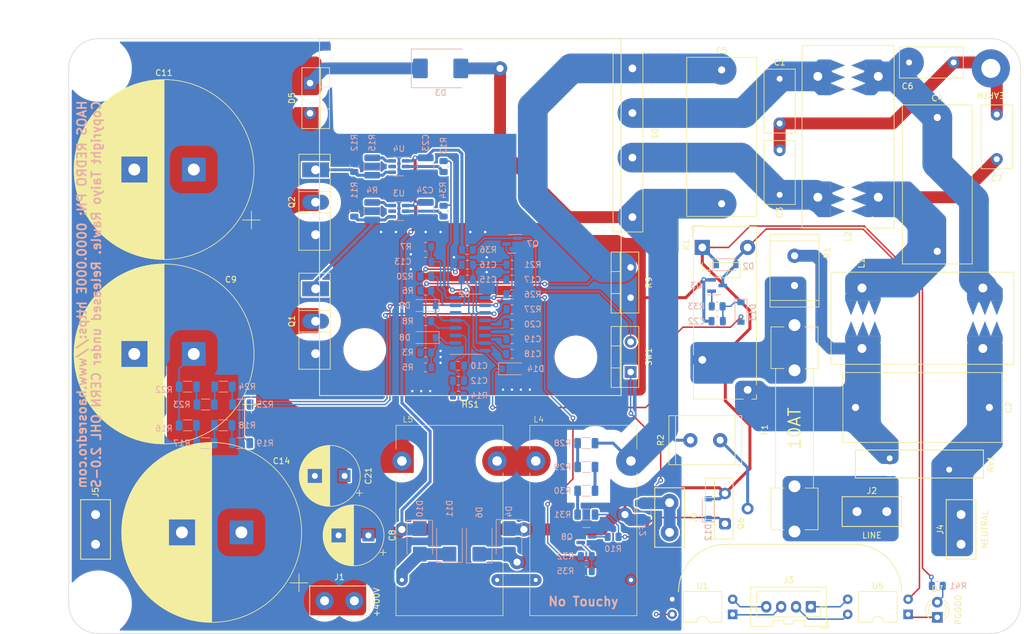
<source format=kicad_pcb>
(kicad_pcb (version 20221018) (generator pcbnew)
  (layers (0 "F.Cu" signal) (31 "B.Cu" signal) (34 "B.Paste" user) (35 "F.Paste" user) (36 "B.SilkS" user "B.Silkscreen") (37 "F.SilkS" user "F.Silkscreen") (38 "B.Mask" user) (39 "F.Mask" user) (44 "Edge.Cuts" user))
  (net 0 "")
  (net 1 "GND1")
  (net 2 "Net-(C4-Pad1)")
  (net 3 "+12Vaux")
  (net 4 "Net-(D1--)")
  (net 5 "Net-(D4-A)")
  (net 6 "Net-(D9-K)")
  (net 7 "Net-(C16-Pad1)")
  (net 8 "Net-(U2-CAOUT)")
  (net 9 "Earth")
  (net 10 "Net-(U2-VFF)")
  (net 11 "Net-(D10-A)")
  (net 12 "Net-(U2-VAOUT)")
  (net 13 "Net-(R16-Pad2)")
  (net 14 "Net-(R17-Pad2)")
  (net 15 "Net-(R18-Pad2)")
  (net 16 "Net-(R22-Pad2)")
  (net 17 "Net-(R23-Pad2)")
  (net 18 "Net-(U2-VSENSE)")
  (net 19 "Net-(R28-Pad2)")
  (net 20 "Net-(C4-Pad2)")
  (net 21 "/PFC booster/VIN")
  (net 22 "Net-(U2-CT)")
  (net 23 "Net-(C12-Pad2)")
  (net 24 "Net-(U2-SS)")
  (net 25 "Net-(D13-K)")
  (net 26 "Net-(D5-A)")
  (net 27 "/PFC booster/L_IN")
  (net 28 "/PFC booster/N_IN")
  (net 29 "Net-(D7-K)")
  (net 30 "Net-(D7-A)")
  (net 31 "/PFC booster/~{RUN}")
  (net 32 "Net-(D8-K)")
  (net 33 "Net-(D12-K)")
  (net 34 "/PFC booster/GDRV")
  (net 35 "Net-(R24-Pad2)")
  (net 36 "Net-(Q6-D)")
  (net 37 "Net-(R29-Pad2)")
  (net 38 "Net-(R30-Pad2)")
  (net 39 "/PFC booster/VREF")
  (net 40 "Net-(U2-CAI)")
  (net 41 "Net-(F1-Pad2)")
  (net 42 "Net-(U2-RT)")
  (net 44 "/PFC booster/~{ENABLE}")
  (net 45 "Net-(Q7-C)")
  (net 46 "Net-(Q8-B)")
  (net 47 "Net-(Q8-C)")
  (net 48 "Net-(Q1-G)")
  (net 49 "Net-(Q2-G)")
  (net 50 "Net-(U3-SOURCE)")
  (net 51 "Net-(U4-IN)")
  (net 52 "Net-(U4-SOURCE)")
  (net 53 "Net-(U3-IN)")
  (net 56 "Net-(Q3-B)")
  (net 57 "Net-(J4-Pin_1)")
  (net 58 "Net-(J2-Pin_1)")
  (net 59 "/PFC booster/+400V")
  (net 60 "Net-(L4-Pad2)")
  (net 61 "Net-(L4-Pad4)")
  (net 62 "Net-(Q7-B)")
  (net 63 "Net-(C2-Pad2)")
  (net 64 "Net-(J3-Pin_1)")
  (net 65 "Net-(J3-Pin_2)")
  (net 66 "Net-(J3-Pin_3)")
  (net 67 "Net-(J3-Pin_4)")
  (net 68 "Net-(J6-Pin_1)")
  (footprint "Capacitor_THT:C_Rect_L26.5mm_W11.5mm_P22.50mm_MKS4" (layer "F.Cu") (at 184.75 77.75 90)
    (fp_text reference "C5")
    (fp_text value "105")
  )
  (footprint "HR_Parts:CON-BLADE250-VERTICAL" (layer "F.Cu") (at 225 132.5 90)
    (fp_text reference "J4")
    (fp_text value "BLADE250")
  )
  (footprint "HR_Parts:DIODE_BRIDGE_PB_VERTICAL" (layer "F.Cu") (at 169.75 70 180)
    (fp_text reference "D1")
    (fp_text value "D_Bridge_+AA-")
  )
  (footprint "Package_TO_SOT_THT:TO-220-2_Vertical" (layer "F.Cu") (at 169.445 106.04 90)
    (fp_text reference "SW1")
    (fp_text value "70")
  )
  (footprint "HR_Parts:CON-BLADE250-VERTICAL" (layer "F.Cu") (at 79.5 132.5 -90)
    (fp_text reference "J5")
    (fp_text value "BLADE250")
  )
  (footprint "Capacitor_THT:C_Disc_D10.5mm_W5.0mm_P7.50mm" (layer "F.Cu") (at 194.5 76.25 90)
    (fp_text reference "C3")
    (fp_text value "222")
  )
  (footprint "Resistor_THT:R_Radial_Power_L12.0mm_W8.0mm_P5.00mm" (layer "F.Cu") (at 184.5 117.5 180)
    (fp_text reference "R2")
    (fp_text value "47K")
  )
  (footprint "Capacitor_THT:CP_Radial_D10.0mm_P5.00mm" (layer "F.Cu") (at 121.367677 123.5 180)
    (fp_text reference "C21")
    (fp_text value "470")
  )
  (footprint "MountingHole:MountingHole_3.2mm_M3" (layer "F.Cu") (at 160.25 67.5)
    (fp_text reference "H8" hide)
    (fp_text value "M3")
  )
  (footprint "Capacitor_THT:CP_Radial_D10.0mm_P5.00mm" (layer "F.Cu") (at 125.367677 133.5 180)
    (fp_text reference "C8")
    (fp_text value "470")
  )
  (footprint "Capacitor_THT:C_Disc_D10.5mm_W5.0mm_P7.50mm" (layer "F.Cu") (at 231 70.25 90)
    (fp_text reference "C7")
    (fp_text value "222")
  )
  (footprint "MountingHole:MountingHole_3.2mm_M3" (layer "F.Cu") (at 124.75 61.5)
    (fp_text reference "H4" hide)
    (fp_text value "M3")
  )
  (footprint "MountingHole:MountingHole_3.2mm_M3_Pad" (layer "F.Cu") (at 230 55)
    (fp_text reference "H1" hide)
    (fp_text value "M3")
  )
  (footprint "Capacitor_THT:C_Disc_D10.5mm_W5.0mm_P7.50mm" (layer "F.Cu") (at 194.5 56.75 -90)
    (fp_text reference "C1")
    (fp_text value "222")
  )
  (footprint "MountingHole:MountingHole_3.2mm_M3" (layer "F.Cu") (at 124.75 102.25)
    (fp_text reference "H7" hide)
    (fp_text value "M3")
  )
  (footprint "Connector_JST:JST_XA_B04B-XASK-1-A_1x04_P2.50mm_Vertical" (layer "F.Cu") (at 199.75 145.5 180)
    (fp_text reference "J3")
    (fp_text value "Conn_01x04")
  )
  (footprint "HR_Parts:TO-220-3_Vertical_Staggered" (layer "F.Cu") (at 185.3075 131.54 90)
    (fp_text reference "Q6")
    (fp_text value "1N60")
  )
  (footprint "HR_Parts:L_TOROID_D32_W18_4P_1" (layer "F.Cu") (at 161.5 131 -90)
    (fp_text reference "L4")
    (fp_text value "T106-52")
  )
  (footprint "Capacitor_THT:C_Disc_D10.5mm_W5.0mm_P7.50mm" (layer "F.Cu") (at 216.25 54)
    (fp_text reference "C6")
    (fp_text value "222")
  )
  (footprint "MountingHole:MountingHole_3.2mm_M3" (layer "F.Cu") (at 160.25 103.5)
    (fp_text reference "H6" hide)
    (fp_text value "M3")
  )
  (footprint "Capacitor_THT:CP_Radial_D30.0mm_P10.00mm_SnapIn" (layer "F.Cu") (at 96.017935 72 180)
    (fp_text reference "C11")
    (fp_text value "330")
  )
  (footprint "Capacitor_THT:CP_Radial_D30.0mm_P10.00mm_SnapIn" (layer "F.Cu") (at 96.017935 103 180)
    (fp_text reference "C9")
    (fp_text value "330")
  )
  (footprint "MountingHole:MountingHole_3.2mm_M3" (layer "F.Cu") (at 230 145)
    (fp_text reference "H2" hide)
    (fp_text value "M3")
  )
  (footprint "Package_TO_SOT_THT:TO-247-3_Vertical" (layer "F.Cu") (at 116.5 72.05 -90)
    (fp_text reference "Q2")
    (fp_text value "50N60")
  )
  (footprint "Resistor_THT:R_Radial_Power_L12.0mm_W8.0mm_P5.00mm" (layer "F.Cu") (at 197 91.5 90)
    (fp_text reference "R1")
    (fp_text value "47")
  )
  (footprint "Varistor:RV_Disc_D21.5mm_W4.7mm_P10mm" (layer "F.Cu") (at 223 122.45 180)
    (fp_text reference "RV1")
    (fp_text value "Varistor")
  )
  (footprint "Capacitor_THT:C_Rect_L26.5mm_W11.5mm_P22.50mm_MKS4" (layer "F.Cu") (at 221 63.25 -90)
    (fp_text reference "C4")
    (fp_text value "105")
  )
  (footprint "HR_Parts:CON-BLADE250-VERTICAL" (layer "F.Cu") (at 120.5 144.5 180)
    (fp_text reference "J1")
    (fp_text value "BLADE250")
  )
  (footprint "Relay_THT:Relay_1-Form-A_Schrack-RYII_RM5mm" (layer "F.Cu") (at 181.5 85.1 -90)
    (fp_text reference "K1")
    (fp_text value "16A")
  )
  (footprint "Fuse:Fuseholder_Clip-6.3x32mm_Littelfuse_102071_Inline_P34.70x7.60mm_D2.00mm_Horizontal" (layer "F.Cu") (at 197 132.85 90)
    (fp_text reference "F1")
    (fp_text value "Fuse")
  )
  (footprint "Package_DIP:DIP-4_W10.16mm" (layer "F.Cu") (at 186.6 146.775 180)
    (fp_text reference "U1")
    (fp_text value "PC817")
  )
  (footprint "HR_Parts:CON-BLADE250-VERTICAL" (layer "F.Cu") (at 210 129.5)
    (fp_text reference "J2")
    (fp_text value "BLADE250")
  )
  (footprint "Inductor_THT:L_CommonMode_Toroid_Vertical_L30.5mm_W15.2mm_Px10.16mm_Py20.32mm_Bourns_8100" (layer "F.Cu") (at 200.92 76.66 90)
    (fp_text reference "L2")
    (fp_text value "2.2mH")
  )
  (footprint "HR_Parts:L_TOROID_D32_W18_4P_1" (layer "F.Cu") (at 139 131 -90)
    (fp_text reference "L5")
    (fp_text value "T106-52")
  )
  (footprint "Capacitor_THT:C_Rect_L26.5mm_W11.5mm_P22.50mm_MKS4" (layer "F.Cu") (at 229.75 112 180)
    (fp_text reference "C2")
    (fp_text value "105")
  )
  (footprint "Inductor_THT:L_CommonMode_Toroid_Vertical_L30.5mm_W15.2mm_Px10.16mm_Py20.32mm_Bourns_8100" (layer "F.Cu") (at 208.34 91.92)
    (fp_text reference "L1")
    (fp_text value "2.2mH")
  )
  (footprint "HR_Parts:HS-FICSHER-SK499-60" (layer "F.Cu") (at 142.5 80 90)
    (fp_text reference "HS1")
    (fp_text value "Heatsink")
  )
  (footprint "LED_THT:LED_D3.0mm_Clear" (layer "F.Cu") (at 221 147.275 90)
    (fp_text reference "D7")
    (fp_text value "GRN")
  )
  (footprint "MountingHole:MountingHole_3.2mm_M3" (layer "F.Cu") (at 80 145)
    (fp_text reference "H3" hide)
    (fp_text value "M3")
  )
  (footprint "HR_Parts:CON-BLADE250-VERTICAL" (layer "F.Cu") (at 176 130.5 90)
    (fp_text reference "J6")
    (fp_text value "BLADE250")
  )
  (footprint "Package_TO_SOT_THT:TO-247-3_Vertical" (layer "F.Cu") (at 116.5 92.05 -90)
    (fp_text reference "Q1")
    (fp_text value "50N60")
  )
  (footprint "Package_DIP:DIP-4_W10.16mm" (layer "F.Cu") (at 216.1 146.775 180)
    (fp_text reference "U5")
    (fp_text value "PC817")
  )
  (footprint "Package_TO_SOT_THT:TO-220-2_Vertical" (layer "F.Cu") (at 169.445 93.54 90)
    (fp_text reference "R9")
    (fp_text value "smol" hide)
  )
  (footprint "Capacitor_THT:CP_Radial_D30.0mm_P10.00mm_SnapIn" (layer "F.Cu") (at 104.017935 133 180)
    (fp_text reference "C14")
    (fp_text value "330")
  )
  (footprint "Package_TO_SOT_THT:TO-220-2_Vertical" (layer "F.Cu") (at 115.555 57.46 -90)
    (fp_text reference "D5")
    (fp_text value "D_Filled")
  )
  (footprint "MountingHole:MountingHole_3.2mm_M3" (layer "F.Cu") (at 80 55)
    (fp_text reference "H5" hide)
    (fp_text value "M3")
  )
  (footprint "Resistor_SMD:R_0805_2012Metric" (layer "B.Cu") (at 166.5 133.75 180)
    (fp_text reference "R10")
    (fp_text value "10K")
  )
  (footprint "Diode_SMD:D_SMB" (layer "B.Cu") (at 139 134.5 90)
    (fp_text reference "D11")
    (fp_text value "3H100")
  )
  (footprint "Resistor_SMD:R_0805_2012Metric" (layer "B.Cu") (at 138 71.5 90)
    (fp_text reference "R13")
    (fp_text value "100")
  )
  (footprint "Resistor_SMD:R_0805_2012Metric" (layer "B.Cu") (at 184 95)
    (fp_text reference "R33")
    (fp_text value "R")
  )
  (footprint "Resistor_SMD:R_1206_3216Metric" (layer "B.Cu") (at 95 108.5)
    (fp_text reference "R22")
    (fp_text value "130K")
  )
  (footprint "Resistor_SMD:R_0805_2012Metric" (layer "B.Cu") (at 140.5 110)
    (fp_text reference "R14")
    (fp_text value "12K")
  )
  (footprint "Package_SO:SOIC-16_3.9x9.9mm_P1.27mm" (layer "B.Cu") (at 142.5 98)
    (fp_text reference "U2")
    (fp_text value "UCC2817A")
  )
  (footprint "Capacitor_SMD:C_0805_2012Metric" (layer "B.Cu") (at 149.5 100.5)
    (fp_text reference "C19")
    (fp_text value "561")
  )
  (footprint "Capacitor_SMD:C_0805_2012Metric" (layer "B.Cu") (at 140.5 105 180)
    (fp_text reference "C10")
    (fp_text value "271")
  )
  (footprint "Resistor_SMD:R_0805_2012Metric" (layer "B.Cu") (at 135 105.25 180)
    (fp_text reference "R5")
    (fp_text value "10K")
  )
  (footprint "Resistor_SMD:R_1206_3216Metric" (layer "B.Cu") (at 103.9625 118)
    (fp_text reference "R19")
    (fp_text value "270K")
  )
  (footprint "Resistor_SMD:R_0805_2012Metric" (layer "B.Cu") (at 162 137)
    (fp_text reference "R32")
    (fp_text value "10K")
  )
  (footprint "Resistor_SMD:R_0805_2012Metric" (layer "B.Cu") (at 162 139.5 180)
    (fp_text reference "R35")
    (fp_text value "100K")
  )
  (footprint "Resistor_SMD:R_0805_2012Metric" (layer "B.Cu") (at 135 89.975 180)
    (fp_text reference "R20")
    (fp_text value "100K")
  )
  (footprint "Fuse:Fuse_1210_3225Metric" (layer "B.Cu") (at 171.5 129.5 90)
    (fp_text reference "F2")
    (fp_text value "1A")
  )
  (footprint "Package_TO_SOT_SMD:SOT-23" (layer "B.Cu") (at 162 133.75)
    (fp_text reference "Q8")
    (fp_text value "847")
  )
  (footprint "Resistor_SMD:R_1210_3225Metric" (layer "B.Cu") (at 126 79 -90)
    (fp_text reference "R4")
    (fp_text value "4R7")
  )
  (footprint "Capacitor_SMD:C_0805_2012Metric" (layer "B.Cu") (at 149.5 98)
    (fp_text reference "C20")
    (fp_text value "103")
  )
  (footprint "Resistor_SMD:R_0805_2012Metric" (layer "B.Cu") (at 142 85.5)
    (fp_text reference "R36")
    (fp_text value "10K")
  )
  (footprint "Resistor_SMD:R_1206_3216Metric" (layer "B.Cu") (at 101 108.5)
    (fp_text reference "R24")
    (fp_text value "130K")
  )
  (footprint "Resistor_SMD:R_1206_3216Metric" (layer "B.Cu") (at 162 118 180)
    (fp_text reference "R28")
    (fp_text value "1M")
  )
  (footprint "Capacitor_SMD:C_1210_3225Metric" (layer "B.Cu") (at 135 71.5 -90)
    (fp_text reference "C23")
    (fp_text value "475")
  )
  (footprint "Resistor_SMD:R_1206_3216Metric" (layer "B.Cu") (at 162 130)
    (fp_text reference "R31")
    (fp_text value "1M")
  )
  (footprint "Package_TO_SOT_SMD:SOT-23-6" (layer "B.Cu") (at 130.5 79 180)
    (fp_text reference "U3")
    (fp_text value "~")
  )
  (footprint "Capacitor_SMD:C_0805_2012Metric" (layer "B.Cu") (at 149.5 90.5)
    (fp_text reference "C17")
    (fp_text value "105")
  )
  (footprint "Resistor_SMD:R_1206_3216Metric" (layer "B.Cu") (at 100.9625 115)
    (fp_text reference "R18")
    (fp_text value "240K")
  )
  (footprint "Resistor_SMD:R_0805_2012Metric" (layer "B.Cu") (at 149.5 95.5)
    (fp_text reference "R27")
    (fp_text value "12K")
  )
  (footprint "Diode_SMD:D_SMB" (layer "B.Cu") (at 134 134.5 -90)
    (fp_text reference "D10")
    (fp_text value "3H100")
  )
  (footprint "Resistor_SMD:R_1206_3216Metric" (layer "B.Cu") (at 97.9625 118)
    (fp_text reference "R17")
    (fp_text value "240K")
  )
  (footprint "Resistor_SMD:R_0805_2012Metric" (layer "B.Cu") (at 135 97.5)
    (fp_text reference "R8")
    (fp_text value "3K9")
  )
  (footprint "Resistor_SMD:R_0805_2012Metric" (layer "B.Cu") (at 123 79 90)
    (fp_text reference "R11")
    (fp_text value "10K")
  )
  (footprint "Resistor_SMD:R_1206_3216Metric" (layer "B.Cu") (at 162 126 180)
    (fp_text reference "R30")
    (fp_text value "1M")
  )
  (footprint "Diode_SMD:D_SMC" (layer "B.Cu") (at 137.5 55)
    (fp_text reference "D3")
    (fp_text value "1N5408")
  )
  (footprint "Resistor_SMD:R_0805_2012Metric" (layer "B.Cu") (at 135 85 180)
    (fp_text reference "R7")
    (fp_text value "30K")
  )
  (footprint "Diode_SMD:D_SOD-123" (layer "B.Cu") (at 135 94.865 180)
    (fp_text reference "D9")
    (fp_text value "BAT46")
  )
  (footprint "Resistor_SMD:R_0805_2012Metric" (layer "B.Cu") (at 221 142)
    (fp_text reference "R41")
    (fp_text value "4K7")
  )
  (footprint "Resistor_SMD:R_1210_3225Metric" (layer "B.Cu") (at 126 71.5 -90)
    (fp_text reference "R15")
    (fp_text value "4R7")
  )
  (footprint "Resistor_SMD:R_0805_2012Metric" (layer "B.Cu") (at 149.5 93)
    (fp_text reference "R26")
    (fp_text value "10K")
  )
  (footprint "HR_Parts:SG_6MM_3SPIKE_GAP1MM" (layer "B.Cu") (at 208.5 97 90)
    (fp_text reference "E1" hide)
    (fp_text value "1mm")
  )
  (footprint "HR_Parts:SG_6MM_3SPIKE_GAP1MM" (layer "B.Cu") (at 206 77 180)
    (fp_text reference "E3" hide)
    (fp_text value "1mm")
  )
  (footprint "Diode_SMD:D_SOD-123" (layer "B.Cu") (at 188 96 -90)
    (fp_text reference "D13")
    (fp_text value "4148")
  )
  (footprint "Resistor_SMD:R_0805_2012Metric" (layer "B.Cu") (at 135 92.365)
    (fp_text reference "R6")
    (fp_text value "3K9")
  )
  (footprint "Resistor_SMD:R_1206_3216Metric" (layer "B.Cu") (at 104 111.5)
    (fp_text reference "R25")
    (fp_text value "130K")
  )
  (footprint "Capacitor_SMD:C_1210_3225Metric" (layer "B.Cu") (at 135 79 -90)
    (fp_text reference "C24")
    (fp_text value "475")
  )
  (footprint "Diode_SMD:D_SMB" (layer "B.Cu") (at 144 134.5 90)
    (fp_text reference "D6")
    (fp_text value "3H100")
  )
  (footprint "Capacitor_SMD:C_0805_2012Metric" (layer "B.Cu") (at 142 90.5)
    (fp_text reference "C15")
    (fp_text value "154")
  )
  (footprint "Diode_SMD:D_SOD-123" (layer "B.Cu") (at 149.5 105.5)
    (fp_text reference "D14")
    (fp_text value "BAT46")
  )
  (footprint "Package_TO_SOT_SMD:SOT-23" (layer "B.Cu") (at 149.5 84.5 180)
    (fp_text reference "Q7")
    (fp_text value "847")
  )
  (footprint "Resistor_SMD:R_1206_3216Metric" (layer "B.Cu") (at 95 115)
    (fp_text reference "R16")
    (fp_text value "240K")
  )
  (footprint "Capacitor_SMD:C_0805_2012Metric" (layer "B.Cu") (at 184 97.5 180)
    (fp_text reference "C22")
    (fp_text value "C")
  )
  (footprint "Diode_SMD:D_SMB" (layer "B.Cu") (at 149 134.5 -90)
    (fp_text reference "D4")
    (fp_text value "3H100")
  )
  (footprint "Diode_SMD:D_SOD-123" (layer "B.Cu") (at 182.5 129 90)
    (fp_text reference "D12")
    (fp_text value "15")
  )
  (footprint "HR_Parts:SG_6MM_3SPIKE_GAP1MM" (layer "B.Cu") (at 229 97 90)
    (fp_text reference "E2" hide)
    (fp_text value "1mm")
  )
  (footprint "Resistor_SMD:R_0805_2012Metric" (layer "B.Cu") (at 135 102.75)
    (fp_text reference "R3")
    (fp_text value "2K")
  )
  (footprint "Resistor_SMD:R_0805_2012Metric" (layer "B.Cu") (at 149.5 88)
    (fp_text reference "R21")
    (fp_text value "20K")
  )
  (footprint "Diode_SMD:D_SOD-123" (layer "B.Cu") (at 185.5 88)
    (fp_text reference "D2")
    (fp_text value "D")
  )
  (footprint "Package_TO_SOT_SMD:SOT-23-6" (layer "B.Cu") (at 130.5 71.5 180)
    (fp_text reference "U4")
    (fp_text value "~")
  )
  (footprint "Package_TO_SOT_SMD:SOT-23" (layer "B.Cu") (at 184 91.5)
    (fp_text reference "Q3")
    (fp_text value "847")
  )
  (footprint "Capacitor_SMD:C_0805_2012Metric" (layer "B.Cu") (at 140.5 107.5 180)
    (fp_text reference "C12")
    (fp_text value "122")
  )
  (footprint "HR_Parts:SG_6MM_3SPIKE_GAP1MM" (layer "B.Cu") (at 206 56.5 180)
    (fp_text reference "E4" hide)
    (fp_text value "1mm")
  )
  (footprint "Resistor_SMD:R_0805_2012Metric" (layer "B.Cu") (at 138 79 90)
    (fp_text reference "R34")
    (fp_text value "100")
  )
  (footprint "Resistor_SMD:R_1206_3216Metric" (layer "B.Cu") (at 98 111.5)
    (fp_text reference "R23")
    (fp_text value "130K")
  )
  (footprint "Capacitor_SMD:C_0805_2012Metric" (layer "B.Cu") (at 142 88)
    (fp_text reference "C16")
    (fp_text value "225")
  )
  (footprint "Capacitor_SMD:C_0805_2012Metric" (layer "B.Cu") (at 149.5 103)
    (fp_text reference "C18")
    (fp_text value "105")
  )
  (footprint "Diode_SMD:D_SOD-123" (layer "B.Cu") (at 135 100.25 180)
    (fp_text reference "D8")
    (fp_text value "BAT46")
  )
  (footprint "Capacitor_SMD:C_0805_2012Metric" (layer "B.Cu") (at 135 87.5 180)
    (fp_text reference "C13")
    (fp_text value "225")
  )
  (footprint "Resistor_SMD:R_0805_2012Metric" (layer "B.Cu") (at 123 71.5 90)
    (fp_text reference "R12")
    (fp_text value "10K")
  )
  (footprint "Resistor_SMD:R_1206_3216Metric" (layer "B.Cu") (at 162 122)
    (fp_text reference "R29")
    (fp_text value "1M")
  )
  (gr_line (start 185.5 135) (end 207 135) (stroke (width 0.15)) (layer "F.SilkS"))
  (gr_arc (start 177.5 143) (mid 179.843146 137.343146) (end 185.5 135) (stroke (width 0.15)) (layer "F.SilkS"))
  (gr_arc (start 207 135) (mid 212.656854 137.343146) (end 215 143) (stroke (width 0.15)) (layer "F.SilkS"))
  (gr_line (start 75 55) (end 75 145) (stroke (width 0.1)) (layer "Edge.Cuts"))
  (gr_arc (start 75 55) (mid 76.464466 51.464466) (end 80 50) (stroke (width 0.1)) (layer "Edge.Cuts"))
  (gr_line (start 80 150) (end 230 150) (stroke (width 0.1)) (layer "Edge.Cuts"))
  (gr_line (start 230 50) (end 80 50) (stroke (width 0.1)) (layer "Edge.Cuts"))
  (gr_arc (start 235 145) (mid 233.535534 148.535534) (end 230 150) (stroke (width 0.1)) (layer "Edge.Cuts"))
  (gr_arc (start 230 50) (mid 233.535534 51.464466) (end 235 55) (stroke (width 0.1)) (layer "Edge.Cuts"))
  (gr_arc (start 80 150) (mid 76.464466 148.535534) (end 75 145) (stroke (width 0.1)) (layer "Edge.Cuts"))
  (gr_line (start 235 145) (end 235 55) (stroke (width 0.1)) (layer "Edge.Cuts"))
  (gr_text "HAOS REDRO PN: 0000.000E https://www.haosredro.com\nCopyright Taiyo Rawle. Released under CERN OHL 2.0-S" (at 80.5 93 90) (layer "B.SilkS") (effects (font (size 1.5 1.5) (thickness 0.3) bold) (justify bottom mirror)))
  (gr_text "No Touchy" (at 161.5 145.5) (layer "B.SilkS") (effects (font (size 1.5 1.5) (thickness 0.3) bold) (justify bottom)))
  (segment (start 178.71 93.54) (end 181.75 90.5) (width 0.5) (layer "F.Cu") (net 1))
  (segment (start 169.445 93.54) (end 178.71 93.54) (width 0.5) (layer "F.Cu") (net 1))
  (via (at 130 82.5) (size 0.8) (drill 0.4) (layers "F.Cu" "B.Cu") (net 1))
  (via (at 145.25 86.75) (size 0.8) (drill 0.4) (layers "F.Cu" "B.Cu") (net 1))
  (via (at 127.5 82.5) (size 0.8) (drill 0.4) (layers "F.Cu" "B.Cu") (net 1))
  (via (at 134.25 109.25) (size 0.8) (drill 0.4) (layers "F.Cu" "B.Cu") (net 1))
  (via (at 135 82.5) (size 0.8) (drill 0.4) (layers "F.Cu" "B.Cu") (net 1))
  (via (at 139.75 86.75) (size 0.8) (drill 0.4) (layers "F.Cu" "B.Cu") (net 1))
  (via (at 181.75 90.5) (size 0.8) (drill 0.4) (layers "F.Cu" "B.Cu") (net 1))
  (via (at 149.5 109) (size 0.8) (drill 0.4) (layers "F.Cu" "B.Cu") (net 1))
  (via (at 142.5 82.5) (size 0.8) (drill 0.4) (layers "F.Cu" "B.Cu") (net 1))
  (via (at 151 109) (size 0.8) (drill 0.4) (layers "F.Cu" "B.Cu") (net 1))
  (via (at 145 82.5) (size 0.8) (drill 0.4) (layers "F.Cu" "B.Cu") (net 1))
  (via (at 135.75 109.25) (size 0.8) (drill 0.4) (layers "F.Cu" "B.Cu") (net 1))
  (via (at 145.25 89.25) (size 0.8) (drill 0.4) (layers "F.Cu" "B.Cu") (net 1))
  (via (at 137.5 103.5) (size 0.8) (drill 0.4) (layers "F.Cu" "B.Cu") (net 1))
  (via (at 137.5 82.5) (size 0.8) (drill 0.4) (layers "F.Cu" "B.Cu") (net 1))
  (via (at 132.75 109.25) (size 0.8) (drill 0.4) (layers "F.Cu" "B.Cu") (net 1))
  (via (at 148 109) (size 0.8) (drill 0.4) (layers "F.Cu" "B.Cu") (net 1))
  (via (at 132.5 86.25) (size 0.8) (drill 0.4) (layers "F.Cu" "B.Cu") (net 1))
  (via (at 137.5 104.5) (size 0.8) (drill 0.4) (layers "F.Cu" "B.Cu") (net 1))
  (via (at 152.5 109) (size 0.8) (drill 0.4) (layers "F.Cu" "B.Cu") (net 1))
  (via (at 137.5 102.5) (size 0.8) (drill 0.4) (layers "F.Cu" "B.Cu") (net 1))
  (via (at 132.5 88.75) (size 0.8) (drill 0.4) (layers "F.Cu" "B.Cu") (net 1))
  (segment (start 181.8 90.55) (end 181.75 90.5) (width 0.5) (layer "B.Cu") (net 1))
  (segment (start 182 97.5) (end 181.75 97.25) (width 0.5) (layer "B.Cu") (net 1))
  (segment (start 183.05 97.5) (end 182 97.5) (width 0.5) (layer "B.Cu") (net 1))
  (segment (start 181.75 90.5) (end 181.75 97.25) (width 0.5) (layer "B.Cu") (net 1))
  (segment (start 183.0625 90.55) (end 181.8 90.55) (width 0.5) (layer "B.Cu") (net 1))
  (segment (start 227.16 77.16) (end 221 71) (width 5) (layer "B.Cu") (net 2))
  (segment (start 213.91 56.34) (end 216.25 54) (width 5) (layer "B.Cu") (net 2))
  (segment (start 221 71) (end 221 63.25) (width 5) (layer "B.Cu") (net 2))
  (segment (start 214.09 56.34) (end 221 63.25) (width 5) (layer "B.Cu") (net 2))
  (segment (start 228.66 91.92) (end 227.16 90.42) (width 5) (layer "B.Cu") (net 2))
  (segment (start 211.08 56.34) (end 213.91 56.34) (width 5) (layer "B.Cu") (net 2))
  (segment (start 227.16 90.42) (end 227.16 77.16) (width 5) (layer "B.Cu") (net 2))
  (segment (start 211.08 56.34) (end 214.09 56.34) (width 5) (layer "B.Cu") (net 2))
  (segment (start 189.5 98.75) (end 185.37 102.88) (width 0.5) (layer "F.Cu") (net 3))
  (segment (start 124.367677 133) (end 130.5 133) (width 2) (layer "F.Cu") (net 3))
  (segment (start 189.5 120.5) (end 189.5 122.2675) (width 0.5) (layer "F.Cu") (net 3))
  (segment (start 130.5 133) (end 131 132.5) (width 2) (layer "F.Cu") (net 3))
  (segment (start 181.5 85.1) (end 185.9 85.1) (width 0.25) (layer "F.Cu") (net 3))
  (segment (start 133.30625 81.69375) (end 133.30625 77.80625) (width 0.5) (layer "F.Cu") (net 3))
  (segment (start 189.5 115) (end 189.5 120.5) (width 0.5) (layer "F.Cu") (net 3))
  (segment (start 168.5 128) (end 171 125.5) (width 0.5) (layer "F.Cu") (net 3))
  (segment (start 120.867677 122.5) (end 120.867677 129.5) (width 2) (layer "F.Cu") (net 3))
  (segment (start 184.3475 125.5) (end 185.3075 126.46) (width 0.5) (layer "F.Cu") (net 3))
  (segment (start 171 125.5) (end 184.3475 125.5) (width 0.5) (layer "F.Cu") (net 3))
  (segment (start 133.225 70.025) (end 133.225 77.725) (width 0.5) (layer "F.Cu") (net 3))
  (segment (start 131 132.5) (end 151.5 132.5) (width 2) (layer "F.Cu") (net 3))
  (segment (start 151.5 132.5) (end 151.75 132.25) (width 0.5) (layer "F.Cu") (net 3))
  (segment (start 167 130) (end 168.5 130) (width 2) (layer "F.Cu") (net 3))
  (segment (start 132.5 82.5) (end 133.30625 81.69375) (width 0.5) (layer "F.Cu") (net 3))
  (segment (start 181.5 85.1) (end 181.5 87.75) (width 0.5) (layer "F.Cu") (net 3))
  (segment (start 218.5 91.292894) (end 218.5 91.5) (width 0.25) (layer "F.Cu") (net 3))
  (segment (start 189.5 95.75) (end 189.5 98.75) (width 0.5) (layer "F.Cu") (net 3))
  (segment (start 185.9 85.1) (end 189.5 81.5) (width 0.25) (layer "F.Cu") (net 3))
  (segment (start 151.5 132.5) (end 164.5 132.5) (width 2) (layer "F.Cu") (net 3))
  (segment (start 218.5 139) (end 220 140.5) (width 0.25) (layer "F.Cu") (net 3))
  (segment (start 164.5 132.5) (end 167 130) (width 2) (layer "F.Cu") (net 3))
  (segment (start 208.707106 81.5) (end 218.5 91.292894) (width 0.25) (layer "F.Cu") (net 3))
  (segment (start 185.37 102.88) (end 185.37 110.87) (width 0.5) (layer "F.Cu") (net 3))
  (segment (start 168.5 130) (end 168.5 128) (width 0.5) (layer "F.Cu") (net 3))
  (segment (start 189.5 81.5) (end 208.707106 81.5) (width 0.25) (layer "F.Cu") (net 3))
  (segment (start 120.867677 129.5) (end 124.367677 133) (width 2) (layer "F.Cu") (net 3))
  (segment (start 189.5 122.2675) (end 185.3075 126.46) (width 0.5) (layer "F.Cu") (net 3))
  (segment (start 181.5 87.75) (end 189.5 95.75) (width 0.5) (layer "F.Cu") (net 3))
  (segment (start 218.5 91.5) (end 218.5 139) (width 0.25) (layer "F.Cu") (net 3))
  (segment (start 133.225 77.725) (end 133.30625 77.80625) (width 0.5) (layer "F.Cu") (net 3))
  (segment (start 185.37 110.87) (end 189.5 115) (width 0.5) (layer "F.Cu") (net 3))
  (via (at 220 140.5) (size 0.8) (drill 0.4) (layers "F.Cu" "B.Cu") (net 3))
  (via (at 131 132.5) (size 2.4) (drill 1.2) (layers "F.Cu" "B.Cu") (net 3))
  (via (at 133.30625 77.80625) (size 0.8) (drill 0.4) (layers "F.Cu" "B.Cu") (net 3))
  (via (at 132.5 82.5) (size 0.8) (drill 0.4) (layers "F.Cu" "B.Cu") (net 3))
  (via (at 168.5 130) (size 2.4) (drill 1.2) (layers "F.Cu" "B.Cu") (net 3))
  (via (at 151.5 132.5) (size 2.4) (drill 1.2) (layers "F.Cu" "B.Cu") (net 3))
  (via (at 133.225 70.025) (size 0.8) (drill 0.4) (layers "F.Cu" "B.Cu") (net 3))
  (segment (start 131.75 78.05) (end 133.0625 78.05) (width 0.5) (layer "B.Cu") (net 3))
  (segment (start 131 111.25) (end 131 84) (width 0.5) (layer "B.Cu") (net 3))
  (segment (start 183.85 88) (end 183.85 87.45) (width 0.5) (layer "B.Cu") (net 3))
  (segment (start 135.1125 77.525) (end 135.1125 77.5) (width 0.5) (layer "B.Cu") (net 3))
  (segment (start 140.5 68.75) (end 136.275 68.75) (width 0.5) (layer "B.Cu") (net 3))
  (segment (start 142 91.25) (end 143 92.25) (width 0.25) (layer "B.Cu") (net 3))
  (segment (start 148.25 103) (end 148.55 103) (width 0.25) (layer "B.Cu") (net 3))
  (segment (start 151.5 132.5) (end 149.15 132.5) (width 2) (layer "B.Cu") (net 3))
  (segment (start 133.5875 77.525) (end 135.1125 77.525) (width 0.5) (layer "B.Cu") (net 3))
  (segment (start 146.425 101.175) (end 148.25 103) (width 0.25) (layer "B.Cu") (net 3))
  (segment (start 132.7 70.55) (end 133.225 70.025) (width 0.5) (layer "B.Cu") (net 3))
  (segment (start 141.0875 85.5) (end 141.0875 69.3375) (width 0.5) (layer "B.Cu") (net 3))
  (segment (start 143.5 101) (end 143.5 96.5) (width 0.25) (layer "B.Cu") (net 3))
  (segment (start 149.15 132.5) (end 149 132.35) (width 2) (layer "B.Cu") (net 3))
  (segment (start 142 86.5) (end 142 91.25) (width 0.25) (layer "B.Cu") (net 3))
  (segment (start 131 129.25) (end 135 125.25) (width 0.5) (layer "B.Cu") (net 3))
  (segment (start 144.975 101.175) (end 143.675 101.175) (width 0.25) (layer "B.Cu") (net 3))
  (segment (start 182.5 127.35) (end 184.4175 127.35) (width 0.5) (layer "B.Cu") (net 3))
  (segment (start 220 141.9125) (end 220.0875 142) (width 0.25) (layer "B.Cu") (net 3))
  (segment (start 135.75 116) (end 131 111.25) (width 0.5) (layer "B.Cu") (net 3))
  (segment (start 143.675 101.175) (end 143.5 101) (width 0.25) (layer "B.Cu") (net 3))
  (segment (start 133.85 132.5) (end 134 132.35) (width 2) (layer "B.Cu") (net 3))
  (segment (start 135 70.025) (end 133.225 70.025) (width 0.5) (layer "B.Cu") (net 3))
  (segment (start 144.975 101.175) (end 146.425 101.175) (width 0.25) (layer "B.Cu") (net 3))
  (segment (start 135.75 124.5) (end 135.75 116) (width 0.5) (layer "B.Cu") (net 3))
  (segment (start 133.0625 78.05) (end 133.30625 77.80625) (width 0.5) (layer "B.Cu") (net 3))
  (segment (start 141.0875 69.3375) (end 140.5 68.75) (width 0.5) (layer "B.Cu") (net 3))
  (segment (start 171.5 130.9) (end 169.4 130.9) (width 2) (layer "B.Cu") (net 3))
  (segment (start 135 125.25) (end 135.75 124.5) (width 0.5) (layer "B.Cu") (net 3))
  (segment (start 131 132.5) (end 131 129.25) (width 0.5) (layer "B.Cu") (net 3))
  (segment (start 133.30625 77.80625) (end 133.5875 77.525) (width 0.5) (layer "B.Cu") (net 3))
  (segment (start 143 96) (end 143 92.25) (width 0.25) (layer "B.Cu") (net 3))
  (segment (start 131 84) (end 132.5 82.5) (width 0.5) (layer "B.Cu") (net 3))
  (segment (start 143.5 96.5) (end 143 96) (width 0.25) (layer "B.Cu") (net 3))
  (segment (start 141.0875 85.5875) (end 142 86.5) (width 0.25) (layer "B.Cu") (net 3))
  (segment (start 141.0875 85.5) (end 141.0875 85.5875) (width 0.25) (layer "B.Cu") (net 3))
  (segment (start 169.4 130.9) (end 168.5 130) (width 2) (layer "B.Cu") (net 3))
  (segment (start 136.275 68.75) (end 135 70.025) (width 0.5) (layer "B.Cu") (net 3))
  (segment (start 220 140.5) (end 220 141.9125) (width 0.25) (layer "B.Cu") (net 3))
  (segment (start 131.6375 70.55) (end 132.7 70.55) (width 0.5) (layer "B.Cu") (net 3))
  (segment (start 131 132.5) (end 133.85 132.5) (width 2) (layer "B.Cu") (net 3))
  (segment (start 183.85 87.45) (end 181.5 85.1) (width 0.5) (layer "B.Cu") (net 3))
  (segment (start 184.4175 127.35) (end 185.3075 126.46) (width 0.5) (layer "B.Cu") (net 3))
  (segment (start 135.136327 91.163404) (end 154.913404 91.163404) (width 0.25) (layer "F.Cu") (net 4))
  (segment (start 154.913404 91.163404) (end 155 91.25) (width 0.25) (layer "F.Cu") (net 4))
  (via (at 155 91.25) (size 0.8) (drill 0.4) (layers "F.Cu" "B.Cu") (net 4))
  (via (at 135.136327 91.163404) (size 0.8) (drill 0.4) (layers "F.Cu" "B.Cu") (net 4))
  (segment (start 134.0875 92.365) (end 135 93.2775) (width 0.25) (layer "B.Cu") (net 4))
  (segment (start 153 61.5) (end 153 76.5) (width 5) (layer "B.Cu") (net 4))
  (segment (start 134.0875 102.6625) (end 135 101.75) (width 0.25) (layer "B.Cu") (net 4))
  (segment (start 159.5 55) (end 153 61.5) (width 5) (layer "B.Cu") (net 4))
  (segment (start 134.0875 92.365) (end 134.0875 92.212231) (width 0.25) (layer "B.Cu") (net 4))
  (segment (start 134.0875 102.75) (end 134.0875 102.6625) (width 0.25) (layer "B.Cu") (net 4))
  (segment (start 135 93.2775) (end 135 101.75) (width 0.25) (layer "B.Cu") (net 4))
  (segment (start 134.0875 92.212231) (end 135.136327 91.163404) (width 0.25) (layer "B.Cu") (net 4))
  (segment (start 169.75 55) (end 159.5 55) (width 5) (layer "B.Cu") (net 4))
  (segment (start 169.75 55) (end 184.5 55) (width 5) (layer "B.Cu") (net 4))
  (segment (start 162.17 91.25) (end 164.96 88.46) (width 0.25) (layer "B.Cu") (net 4))
  (segment (start 184.5 55) (end 184.75 55.25) (width 5) (layer "B.Cu") (net 4))
  (segment (start 153 76.5) (end 164.96 88.46) (width 5) (layer "B.Cu") (net 4))
  (segment (start 164.96 88.46) (end 167.945 88.46) (width 5) (layer "B.Cu") (net 4))
  (segment (start 155 91.25) (end 162.17 91.25) (width 0.25) (layer "B.Cu") (net 4))
  (segment (start 166.5 138) (end 150.35 138) (width 2) (layer "F.Cu") (net 5))
  (segment (start 169.5 141) (end 166.5 138) (width 2) (layer "F.Cu") (net 5))
  (via (at 150.35 138) (size 2.4) (drill 1.2) (layers "F.Cu" "B.Cu") (net 5))
  (segment (start 144 136.65) (end 149 136.65) (width 2) (layer "B.Cu") (net 5))
  (segment (start 150.35 138) (end 149 136.65) (width 2) (layer "B.Cu") (net 5))
  (segment (start 141.365 97.365) (end 140.025 97.365) (width 0.25) (layer "B.Cu") (net 6))
  (segment (start 136.65 93.65) (end 136.65 94.865) (width 0.25) (layer "B.Cu") (net 6))
  (segment (start 142.25 104.2) (end 142.25 98.25) (width 0.25) (layer "B.Cu") (net 6))
  (segment (start 141.45 105) (end 142.25 104.2) (width 0.25) (layer "B.Cu") (net 6))
  (segment (start 137.865 97.365) (end 136.65 96.15) (width 0.25) (layer "B.Cu") (net 6))
  (segment (start 140.025 97.365) (end 137.865 97.365) (width 0.25) (layer "B.Cu") (net 6))
  (segment (start 136.65 96.15) (end 136.65 94.865) (width 0.25) (layer "B.Cu") (net 6))
  (segment (start 141.45 107.5) (end 141.45 105) (width 0.25) (layer "B.Cu") (net 6))
  (segment (start 135.9125 92.365) (end 135.9125 92.9125) (width 0.25) (layer "B.Cu") (net 6))
  (segment (start 142.25 98.25) (end 141.365 97.365) (width 0.25) (layer "B.Cu") (net 6))
  (segment (start 135.9125 92.9125) (end 136.65 93.65) (width 0.25) (layer "B.Cu") (net 6))
  (segment (start 139.5 88.75) (end 140 89.25) (width 0.25) (layer "F.Cu") (net 7))
  (segment (start 135 88.75) (end 139.5 88.75) (width 0.25) (layer "F.Cu") (net 7))
  (via (at 140 89.25) (size 0.8) (drill 0.4) (layers "F.Cu" "B.Cu") (net 7))
  (via (at 135 88.75) (size 0.8) (drill 0.4) (layers "F.Cu" "B.Cu") (net 7))
  (segment (start 140 89.05) (end 141.05 88) (width 0.25) (layer "B.Cu") (net 7))
  (segment (start 140 89.25) (end 140 89.05) (width 0.25) (layer "B.Cu") (net 7))
  (segment (start 134.0875 89.6625) (end 135 88.75) (width 0.25) (layer "B.Cu") (net 7))
  (segment (start 134.0875 89.975) (end 134.0875 89.6625) (width 0.25) (layer "B.Cu") (net 7))
  (segment (start 141.75 103) (end 141 103.75) (width 0.25) (layer "B.Cu") (net 8))
  (segment (start 140.5 106.25) (end 140.5 109.0875) (width 0.25) (layer "B.Cu") (net 8))
  (segment (start 140.025 99.905) (end 141.405 99.905) (width 0.25) (layer "B.Cu") (net 8))
  (segment (start 141 103.75) (end 140.5 103.75) (width 0.25) (layer "B.Cu") (net 8))
  (segment (start 139.55 105) (end 139.55 105.3) (width 0.25) (layer "B.Cu") (net 8))
  (segment (start 141.405 99.905) (end 141.75 100.25) (width 0.25) (layer "B.Cu") (net 8))
  (segment (start 139.55 105.3) (end 140.5 106.25) (width 0.25) (layer "B.Cu") (net 8))
  (segment (start 140.5 103.75) (end 139.55 104.7) (width 0.25) (layer "B.Cu") (net 8))
  (segment (start 140.5 109.0875) (end 141.4125 110) (width 0.25) (layer "B.Cu") (net 8))
  (segment (start 141.75 100.25) (end 141.75 103) (width 0.25) (layer "B.Cu") (net 8))
  (segment (start 139.55 104.7) (end 139.55 105) (width 0.25) (layer "B.Cu") (net 8))
  (segment (start 194.5 64.25) (end 213.5 64.25) (width 2) (layer "F.Cu") (net 9))
  (segment (start 223.75 54) (end 229 54) (width 2) (layer "F.Cu") (net 9))
  (segment (start 213.5 64.25) (end 223.75 54) (width 2) (layer "F.Cu") (net 9))
  (segment (start 231 62.75) (end 231 56) (width 2) (layer "F.Cu") (net 9))
  (segment (start 229 54) (end 230 55) (width 2) (layer "F.Cu") (net 9))
  (segment (start 194.5 68.75) (end 194.5 64.25) (width 2) (layer "F.Cu") (net 9))
  (segment (start 231 56) (end 230 55) (width 2) (layer "F.Cu") (net 9))
  (segment (start 137.25 87.5) (end 135.95 87.5) (width 0.25) (layer "B.Cu") (net 10))
  (segment (start 138.25 92.25) (end 137.5 91.5) (width 0.25) (layer "B.Cu") (net 10))
  (segment (start 137.5 87.75) (end 137.25 87.5) (width 0.25) (layer "B.Cu") (net 10))
  (segment (start 135.9125 85) (end 135.9125 87.4625) (width 0.25) (layer "B.Cu") (net 10))
  (segment (start 138.25 93.25) (end 138.25 92.25) (width 0.25) (layer "B.Cu") (net 10))
  (segment (start 135.9125 87.4625) (end 135.95 87.5) (width 0.25) (layer "B.Cu") (net 10))
  (segment (start 138.555 93.555) (end 138.25 93.25) (width 0.25) (layer "B.Cu") (net 10))
  (segment (start 140.025 93.555) (end 138.555 93.555) (width 0.25) (layer "B.Cu") (net 10))
  (segment (start 137.5 91.5) (end 137.5 87.75) (width 0.25) (layer "B.Cu") (net 10))
  (segment (start 131 139.65) (end 134 136.65) (width 2) (layer "B.Cu") (net 11))
  (segment (start 131 141) (end 131 139.65) (width 2) (layer "B.Cu") (net 11))
  (segment (start 134 136.65) (end 139 136.65) (width 2) (layer "B.Cu") (net 11))
  (segment (start 137 92) (end 137 90.25) (width 0.25) (layer "B.Cu") (net 12))
  (segment (start 138.075 94.825) (end 137.75 94.5) (width 0.25) (layer "B.Cu") (net 12))
  (segment (start 141.175 94.825) (end 140.025 94.825) (width 0.25) (layer "B.Cu") (net 12))
  (segment (start 137.75 94.5) (end 137.75 92.75) (width 0.25) (layer "B.Cu") (net 12))
  (segment (start 141.5 94.5) (end 141.5 93.25) (width 0.25) (layer "B.Cu") (net 12))
  (segment (start 137.75 92.75) (end 137 92) (width 0.25) (layer "B.Cu") (net 12))
  (segment (start 141 92.75) (end 141 90.55) (width 0.25) (layer "B.Cu") (net 12))
  (segment (start 140.025 94.825) (end 138.075 94.825) (width 0.25) (layer "B.Cu") (net 12))
  (segment (start 141.5 94.5) (end 141.175 94.825) (width 0.25) (layer "B.Cu") (net 12))
  (segment (start 137 90.25) (end 136.75 90) (width 0.25) (layer "B.Cu") (net 12))
  (segment (start 141 90.55) (end 141.05 90.5) (width 0.25) (layer "B.Cu") (net 12))
  (segment (start 141.5 93.25) (end 141 92.75) (width 0.25) (layer "B.Cu") (net 12))
  (segment (start 136.75 90) (end 135.9125 90) (width 0.25) (layer "B.Cu") (net 12))
  (segment (start 96.4625 117.9625) (end 96.5 118) (width 0.25) (layer "B.Cu") (net 13))
  (segment (start 96.4625 115) (end 96.4625 117.9625) (width 0.25) (layer "B.Cu") (net 13))
  (segment (start 99.5 117.925) (end 99.425 118) (width 0.25) (layer "B.Cu") (net 14))
  (segment (start 99.5 115) (end 99.5 117.925) (width 0.25) (layer "B.Cu") (net 14))
  (segment (start 102.425 117.925) (end 102.5 118) (width 0.25) (layer "B.Cu") (net 15))
  (segment (start 102.425 115) (end 102.425 117.925) (width 0.25) (layer "B.Cu") (net 15))
  (segment (start 96.4625 111.425) (end 96.5375 111.5) (width 0.25) (layer "B.Cu") (net 16))
  (segment (start 96.4625 108.5) (end 96.4625 111.425) (width 0.25) (layer "B.Cu") (net 16))
  (segment (start 99.5375 111.425) (end 99.4625 111.5) (width 0.25) (layer "B.Cu") (net 17))
  (segment (start 99.5375 108.5) (end 99.5375 111.425) (width 0.25) (layer "B.Cu") (net 17))
  (segment (start 146.5 96.25) (end 128.4755 96.25) (width 0.25) (layer "F.Cu") (net 18))
  (segment (start 128.4755 96.25) (end 128.2255 96.5) (width 0.25) (layer "F.Cu") (net 18))
  (via (at 128.2255 96.5) (size 0.8) (drill 0.4) (layers "F.Cu" "B.Cu") (net 18))
  (via (at 146.5 96.25) (size 0.8) (drill 0.4) (layers "F.Cu" "B.Cu") (net 18))
  (segment (start 128 111) (end 128.25 110.75) (width 0.25) (layer "B.Cu") (net 18))
  (segment (start 142.95 88) (end 142.95 90.5) (width 0.25) (layer "B.Cu") (net 18))
  (segment (start 105.425 118) (end 104.25 116.825) (width 0.25) (layer "B.Cu") (net 18))
  (segment (start 143.845 96.095) (end 143.5 95.75) (width 0.25) (layer "B.Cu") (net 18))
  (segment (start 143.5 94) (end 143.5 95.75) (width 0.25) (layer "B.Cu") (net 18))
  (segment (start 144.975 96.095) (end 143.845 96.095) (width 0.25) (layer "B.Cu") (net 18))
  (segment (start 128.5 97) (end 128.5 96.7745) (width 0.25) (layer "B.Cu") (net 18))
  (segment (start 128.25 110.75) (end 128.5 110.5) (width 0.25) (layer "B.Cu") (net 18))
  (segment (start 107.75 111) (end 128 111) (width 0.25) (layer "B.Cu") (net 18))
  (segment (start 144.975 96.095) (end 146.345 96.095) (width 0.25) (layer "B.Cu") (net 18))
  (segment (start 142.95 90.5) (end 143.5 91.05) (width 0.25) (layer "B.Cu") (net 18))
  (segment (start 146.345 96.095) (end 146.5 96.25) (width 0.25) (layer "B.Cu") (net 18))
  (segment (start 106.75 110.25) (end 107.5 111) (width 0.25) (layer "B.Cu") (net 18))
  (segment (start 107.5 111) (end 107.75 111) (width 0.25) (layer "B.Cu") (net 18))
  (segment (start 104.25 110.75) (end 104.75 110.25) (width 0.25) (layer "B.Cu") (net 18))
  (segment (start 104.25 116.825) (end 104.25 110.75) (width 0.25) (layer "B.Cu") (net 18))
  (segment (start 104.75 110.25) (end 106.75 110.25) (width 0.25) (layer "B.Cu") (net 18))
  (segment (start 128.5 110.5) (end 128.5 97) (width 0.25) (layer "B.Cu") (net 18))
  (segment (start 143.5 91.05) (end 143.5 94) (width 0.25) (layer "B.Cu") (net 18))
  (segment (start 128.5 96.7745) (end 128.2255 96.5) (width 0.25) (layer "B.Cu") (net 18))
  (segment (start 148.5875 88) (end 143.45 88) (width 0.25) (layer "B.Cu") (net 18))
  (segment (start 160.5375 118) (end 160.5375 122) (width 0.5) (layer "B.Cu") (net 19))
  (segment (start 211.08 76.66) (end 224.59 76.66) (width 2) (layer "F.Cu") (net 20))
  (segment (start 224.59 76.66) (end 231 70.25) (width 2) (layer "F.Cu") (net 20))
  (segment (start 169.75 80) (end 159 80) (width 2) (layer "F.Cu") (net 21))
  (segment (start 147.5 68.5) (end 147.5 55) (width 2) (layer "F.Cu") (net 21))
  (segment (start 159 80) (end 147.5 68.5) (width 2) (layer "F.Cu") (net 21))
  (via (at 147.5 55) (size 2.4) (drill 1.2) (layers "F.Cu" "B.Cu") (net 21))
  (segment (start 179.5 117.5) (end 176.89 117.5) (width 0.5) (layer "B.Cu") (net 21))
  (segment (start 147.5 55) (end 140.9 55) (width 2) (layer "B.Cu") (net 21))
  (segment (start 172 77.75) (end 169.75 80) (width 5) (layer "B.Cu") (net 21))
  (segment (start 184.75 77.75) (end 172 77.75) (width 5) (layer "B.Cu") (net 21))
  (segment (start 166.5 118) (end 169.5 121) (width 0.5) (layer "B.Cu") (net 21))
  (segment (start 174.945 85.195) (end 174.945 115.555) (width 5) (layer "B.Cu") (net 21))
  (segment (start 169.75 80) (end 174.945 85.195) (width 5) (layer "B.Cu") (net 21))
  (segment (start 176.89 117.5) (end 174.945 115.555) (width 0.5) (layer "B.Cu") (net 21))
  (segment (start 163.4625 118) (end 166.5 118) (width 0.5) (layer "B.Cu") (net 21))
  (segment (start 174.945 115.555) (end 169.5 121) (width 5) (layer "B.Cu") (net 21))
  (segment (start 144.975 99.905) (end 147.955 99.905) (width 0.25) (layer "B.Cu") (net 22))
  (segment (start 147.955 99.905) (end 148.55 100.5) (width 0.25) (layer "B.Cu") (net 22))
  (segment (start 139.55 107.5) (end 139.55 109.9625) (width 0.25) (layer "B.Cu") (net 23))
  (segment (start 139.55 109.9625) (end 139.5875 110) (width 0.25) (layer "B.Cu") (net 23))
  (segment (start 144.975 98.635) (end 147.915 98.635) (width 0.25) (layer "B.Cu") (net 24))
  (segment (start 147.915 98.635) (end 148.55 98) (width 0.25) (layer "B.Cu") (net 24))
  (segment (start 184.95 95.0375) (end 184.9125 95) (width 0.25) (layer "B.Cu") (net 25))
  (segment (start 184.95 97.5) (end 184.95 95.0375) (width 0.25) (layer "B.Cu") (net 25))
  (segment (start 184.9125 95) (end 186.25 95) (width 0.25) (layer "B.Cu") (net 25))
  (segment (start 186.9 94.35) (end 188 94.35) (width 0.25) (layer "B.Cu") (net 25))
  (segment (start 186.25 95) (end 186.9 94.35) (width 0.25) (layer "B.Cu") (net 25))
  (segment (start 200.51 76.25) (end 200.92 76.66) (width 5) (layer "B.Cu") (net 27))
  (segment (start 187.971825 70) (end 194.221825 76.25) (width 5) (layer "B.Cu") (net 27))
  (segment (start 169.75 70) (end 187.971825 70) (width 5) (layer "B.Cu") (net 27))
  (segment (start 194.5 76.25) (end 200.51 76.25) (width 5) (layer "B.Cu") (net 27))
  (segment (start 194.221825 76.25) (end 194.5 76.25) (width 5) (layer "B.Cu") (net 27))
  (segment (start 201 76.74) (end 200.92 76.66) (width 5) (layer "B.Cu") (net 27))
  (segment (start 200.58 56) (end 200.92 56.34) (width 2) (layer "B.Cu") (net 28))
  (segment (start 188.471825 62.5) (end 194.631825 56.34) (width 5) (layer "B.Cu") (net 28))
  (segment (start 169.75 62.5) (end 188.471825 62.5) (width 5) (layer "B.Cu") (net 28))
  (segment (start 194.631825 56.34) (end 200.92 56.34) (width 5) (layer "B.Cu") (net 28))
  (segment (start 221 147.275) (end 216.6 147.275) (width 0.25) (layer "F.Cu") (net 29))
  (segment (start 216.6 147.275) (end 216.1 146.775) (width 0.25) (layer "F.Cu") (net 29))
  (segment (start 221.9125 143.8225) (end 221 144.735) (width 0.25) (layer "B.Cu") (net 30))
  (segment (start 221.9125 142) (end 221.9125 143.8225) (width 0.25) (layer "B.Cu") (net 30))
  (segment (start 192.22 82) (end 189.12 85.1) (width 0.25) (layer "F.Cu") (net 31))
  (segment (start 208.5 82) (end 192.22 82) (width 0.25) (layer "F.Cu") (net 31))
  (segment (start 218 91.5) (end 208.5 82) (width 0.25) (layer "F.Cu") (net 31))
  (segment (start 218 142.335) (end 218 91.5) (width 0.25) (layer "F.Cu") (net 31))
  (segment (start 216.1 144.235) (end 218 142.335) (width 0.25) (layer "F.Cu") (net 31))
  (segment (start 187.15 88) (end 187.15 87.07) (width 0.5) (layer "B.Cu") (net 31))
  (segment (start 184.9375 91.5) (end 184.9375 90.2125) (width 0.5) (layer "B.Cu") (net 31))
  (segment (start 184.9375 90.2125) (end 187.15 88) (width 0.5) (layer "B.Cu") (net 31))
  (segment (start 187.15 87.07) (end 189.12 85.1) (width 0.5) (layer "B.Cu") (net 31))
  (segment (start 135.9125 102.75) (end 135.9125 105.25) (width 0.25) (layer "B.Cu") (net 32))
  (segment (start 138.425 101.175) (end 137.5 100.25) (width 0.25) (layer "B.Cu") (net 32))
  (segment (start 137.5 100.25) (end 136.65 100.25) (width 0.25) (layer "B.Cu") (net 32))
  (segment (start 136.65 102.0125) (end 136.65 100.25) (width 0.25) (layer "B.Cu") (net 32))
  (segment (start 140.025 101.175) (end 138.425 101.175) (width 0.25) (layer "B.Cu") (net 32))
  (segment (start 135.9125 102.75) (end 136.65 102.0125) (width 0.25) (layer "B.Cu") (net 32))
  (segment (start 170.25 133.75) (end 173.5 130.5) (width 0.25) (layer "F.Cu") (net 33))
  (segment (start 168.5 133.75) (end 170.25 133.75) (width 0.25) (layer "F.Cu") (net 33))
  (segment (start 184.2675 130.5) (end 185.3075 131.54) (width 0.25) (layer "F.Cu") (net 33))
  (segment (start 173.5 130.5) (end 184.2675 130.5) (width 0.25) (layer "F.Cu") (net 33))
  (via (at 168.5 133.75) (size 0.8) (drill 0.4) (layers "F.Cu" "B.Cu") (net 33))
  (segment (start 167.4125 133.75) (end 167.4125 131.9125) (width 0.25) (layer "B.Cu") (net 33))
  (segment (start 167.4125 131.9125) (end 165.5 130) (width 0.25) (layer "B.Cu") (net 33))
  (segment (start 182.5 130.65) (end 184.4175 130.65) (width 0.25) (layer "B.Cu") (net 33))
  (segment (start 184.4175 130.65) (end 185.3075 131.54) (width 0.25) (layer "B.Cu") (net 33))
  (segment (start 168.5 133.75) (end 167.4125 133.75) (width 0.25) (layer "B.Cu") (net 33))
  (segment (start 165.5 130) (end 163.4625 130) (width 0.25) (layer "B.Cu") (net 33))
  (segment (start 141.7745 92.25) (end 139.5 92.25) (width 0.25) (layer "F.Cu") (net 34))
  (segment (start 188 96.75) (end 186.25 98.5) (width 0.25) (layer "F.Cu") (net 34))
  (segment (start 178.25 98.5) (end 175 101.75) (width 0.25) (layer "F.Cu") (net 34))
  (segment (start 172 112) (end 146.25 112) (width 0.25) (layer "F.Cu") (net 34))
  (segment (start 186.25 98.5) (end 178.25 98.5) (width 0.25) (layer "F.Cu") (net 34))
  (segment (start 175 109) (end 172 112) (width 0.25) (layer "F.Cu") (net 34))
  (segment (start 175 101.75) (end 175 109) (width 0.25) (layer "F.Cu") (net 34))
  (via (at 141.7745 92.25) (size 0.8) (drill 0.4) (layers "F.Cu" "B.Cu") (net 34))
  (via (at 146.25 112) (size 0.8) (drill 0.4) (layers "F.Cu" "B.Cu") (net 34))
  (via (at 139.5 92.25) (size 0.8) (drill 0.4) (layers "F.Cu" "B.Cu") (net 34))
  (via (at 188 96.75) (size 0.8) (drill 0.4) (layers "F.Cu" "B.Cu") (net 34))
  (segment (start 144.975 102.445) (end 143.695 102.445) (width 0.25) (layer "B.Cu") (net 34))
  (segment (start 143 101.75) (end 143 96.75) (width 0.25) (layer "B.Cu") (net 34))
  (segment (start 142.25 96) (end 142.25 92.5) (width 0.25) (layer "B.Cu") (net 34))
  (segment (start 142.5 96.25) (end 142.25 96) (width 0.25) (layer "B.Cu") (net 34))
  (segment (start 147.85 105.5) (end 146.75 105.5) (width 0.25) (layer "B.Cu") (net 34))
  (segment (start 139.25 78) (end 139.25 84.25) (width 0.25) (layer "B.Cu") (net 34))
  (segment (start 139.25 78) (end 138.0875 78) (width 0.25) (layer "B.Cu") (net 34))
  (segment (start 139.5 92.25) (end 138.75 91.5) (width 0.25) (layer "B.Cu") (net 34))
  (segment (start 144.975 102.445) (end 144.975 102.625) (width 0.25) (layer "B.Cu") (net 34))
  (segment (start 142.25 92.5) (end 142 92.25) (width 0.25) (layer "B.Cu") (net 34))
  (segment (start 138.0875 78) (end 138 78.0875) (width 0.25) (layer "B.Cu") (net 34))
  (segment (start 138.75 91.5) (end 138.75 84.75) (width 0.25) (layer "B.Cu") (net 34))
  (segment (start 146.75 105.5) (end 146.25 106) (width 0.25) (layer "B.Cu") (net 34))
  (segment (start 139.25 84.25) (end 138.75 84.75) (width 0.25) (layer "B.Cu") (net 34))
  (segment (start 138 70.5875) (end 139 70.5875) (width 0.25) (layer "B.Cu") (net 34))
  (segment (start 142 92.25) (end 141.7745 92.25) (width 0.25) (layer "B.Cu") (net 34))
  (segment (start 188 97.65) (end 188 96.75) (width 0.25) (layer "B.Cu") (net 34))
  (segment (start 146.25 112) (end 146.25 106) (width 0.25) (layer "B.Cu") (net 34))
  (segment (start 143 96.75) (end 142.5 96.25) (width 0.25) (layer "B.Cu") (net 34))
  (segment (start 144.975 102.625) (end 147.85 105.5) (width 0.25) (layer "B.Cu") (net 34))
  (segment (start 143.695 102.445) (end 143 101.75) (width 0.25) (layer "B.Cu") (net 34))
  (segment (start 139.25 70.8375) (end 139 70.5875) (width 0.25) (layer "B.Cu") (net 34))
  (segment (start 139.25 78) (end 139.25 70.8375) (width 0.25) (layer "B.Cu") (net 34))
  (segment (start 102.4625 108.5) (end 102.4625 111.425) (width 0.25) (layer "B.Cu") (net 35))
  (segment (start 102.4625 111.425) (end 102.5375 111.5) (width 0.25) (layer "B.Cu") (net 35))
  (segment (start 189.1175 122.1175) (end 189.1175 129) (width 0.5) (layer "B.Cu") (net 36))
  (segment (start 184.5 117.5) (end 189.1175 122.1175) (width 0.5) (layer "B.Cu") (net 36))
  (segment (start 163.4625 122) (end 163.4625 126) (width 0.5) (layer "B.Cu") (net 37))
  (segment (start 160.5375 126) (end 160.5375 130) (width 0.5) (layer "B.Cu") (net 38))
  (segment (start 146.5 93.5) (end 155 93.5) (width 0.25) (layer "F.Cu") (net 39))
  (segment (start 159.75 113.75) (end 159.75 124) (width 0.25) (layer "F.Cu") (net 39))
  (segment (start 159.75 124) (end 155.5 128.25) (width 0.25) (layer "F.Cu") (net 39))
  (segment (start 146.445 93.555) (end 146.5 93.5) (width 0.25) (layer "F.Cu") (net 39))
  (via (at 159.75 113.75) (size 0.8) (drill 0.4) (layers "F.Cu" "B.Cu") (net 39))
  (via (at 146.445 93.555) (size 0.8) (drill 0.4) (layers "F.Cu" "B.Cu") (net 39))
  (via (at 155.5 128.25) (size 0.8) (drill 0.4) (layers "F.Cu" "B.Cu") (net 39))
  (via (at 155 93.5) (size 0.8) (drill 0.4) (layers "F.Cu" "B.Cu") (net 39))
  (segment (start 157.75 137) (end 155.5 134.75) (width 0.25) (layer "B.Cu") (net 39))
  (segment (start 147 93) (end 147 91) (width 0.25) (layer "B.Cu") (net 39))
  (segment (start 147 91) (end 147.5 90.5) (width 0.25) (layer "B.Cu") (net 39))
  (segment (start 155.5 134.75) (end 155.5 128.25) (width 0.25) (layer "B.Cu") (net 39))
  (segment (start 144.975 93.555) (end 146.445 93.555) (width 0.25) (layer "B.Cu") (net 39))
  (segment (start 161.0875 137) (end 157.75 137) (width 0.25) (layer "B.Cu") (net 39))
  (segment (start 146.445 93.555) (end 147 93) (width 0.25) (layer "B.Cu") (net 39))
  (segment (start 147.5 90.5) (end 148.55 90.5) (width 0.25) (layer "B.Cu") (net 39))
  (segment (start 159.75 113.75) (end 155 109) (width 0.25) (layer "B.Cu") (net 39))
  (segment (start 155 109) (end 155 93.5) (width 0.25) (layer "B.Cu") (net 39))
  (segment (start 137.0475 98.635) (end 135.9125 97.5) (width 0.25) (layer "B.Cu") (net 40))
  (segment (start 140.025 98.635) (end 137.0475 98.635) (width 0.25) (layer "B.Cu") (net 40))
  (segment (start 146.7225 97.365) (end 148.5875 95.5) (width 0.25) (layer "B.Cu") (net 42))
  (segment (start 144.975 97.365) (end 146.7225 97.365) (width 0.25) (layer "B.Cu") (net 42))
  (segment (start 176.44 146.775) (end 173.775 146.775) (width 0.25) (layer "F.Cu") (net 44))
  (segment (start 174.5 118) (end 169.5 113) (width 0.25) (layer "F.Cu") (net 44))
  (segment (start 174.5 124.25) (end 174.5 118) (width 0.25) (layer "F.Cu") (net 44))
  (segment (start 173.775 146.775) (end 173.75 146.75) (width 0.25) (layer "F.Cu") (net 44))
  (via (at 174.5 124.25) (size 0.8) (drill 0.4) (layers "F.Cu" "B.Cu") (net 44))
  (via (at 169.5 113) (size 0.8) (drill 0.4) (layers "F.Cu" "B.Cu") (net 44))
  (via (at 173.75 146.75) (size 0.8) (drill 0.4) (layers "F.Cu" "B.Cu") (net 44))
  (segment (start 169.445 112.945) (end 169.445 106.04) (width 0.25) (layer "B.Cu") (net 44))
  (segment (start 169.5 113) (end 169.445 112.945) (width 0.25) (layer "B.Cu") (net 44))
  (segment (start 173.75 125) (end 174.5 124.25) (width 0.25) (layer "B.Cu") (net 44))
  (segment (start 129.20625 94.79375) (end 129 95) (width 0.25) (layer "F.Cu") (net 45))
  (segment (start 146.79375 94.79375) (end 129.20625 94.79375) (width 0.25) (layer "F.Cu") (net 45))
  (via (at 129 95) (size 0.8) (drill 0.4) (layers "F.Cu" "B.Cu") (net 45))
  (via (at 146.79375 94.79375) (size 0.8) (drill 0.4) (layers "F.Cu" "B.Cu") (net 45))
  (segment (start 149.5 86.5) (end 149.5 92.0875) (width 0.25) (layer "B.Cu") (net 45))
  (segment (start 128.207106 111.5) (end 129 110.707106) (width 0.25) (layer "B.Cu") (net 45))
  (segment (start 146.79375 94.79375) (end 148.5875 93) (width 0.25) (layer "B.Cu") (net 45))
  (segment (start 144.975 94.825) (end 146.365 94.825) (width 0.25) (layer "B.Cu") (net 45))
  (segment (start 149.5 86.5) (end 148.5625 85.5625) (width 0.25) (layer "B.Cu") (net 45))
  (segment (start 105.4625 111.5) (end 128.207106 111.5) (width 0.25) (layer "B.Cu") (net 45))
  (segment (start 149.5 92.0875) (end 148.5875 93) (width 0.25) (layer "B.Cu") (net 45))
  (segment (start 148.5625 85.5625) (end 148.5625 84.5) (width 0.25) (layer "B.Cu") (net 45))
  (segment (start 146.365 94.825) (end 146.7625 94.825) (width 0.25) (layer "B.Cu") (net 45))
  (segment (start 129 110.707106) (end 129 95) (width 0.25) (layer "B.Cu") (net 45))
  (segment (start 146.7625 94.825) (end 146.79375 94.79375) (width 0.25) (layer "B.Cu") (net 45))
  (segment (start 162.9125 139.5) (end 162.9125 137) (width 0.25) (layer "B.Cu") (net 46))
  (segment (start 161.0625 134.7) (end 162.9125 136.55) (width 0.25) (layer "B.Cu") (net 46))
  (segment (start 162.9125 136.55) (end 162.9125 137) (width 0.25) (layer "B.Cu") (net 46))
  (segment (start 162.9375 133.75) (end 165.5875 133.75) (width 0.25) (layer "B.Cu") (net 47))
  (segment (start 123.55 80.4625) (end 123 79.9125) (width 0.5) (layer "B.Cu") (net 48))
  (segment (start 128.15 80.4625) (end 126 80.4625) (width 0.5) (layer "B.Cu") (net 48))
  (segment (start 126 80.4625) (end 123.55 80.4625) (width 0.5) (layer "B.Cu") (net 48))
  (segment (start 116.5 90.75) (end 126 81.25) (width 0.5) (layer "B.Cu") (net 48))
  (segment (start 128.6625 79.95) (end 128.15 80.4625) (width 0.5) (layer "B.Cu") (net 48))
  (segment (start 126 81.25) (end 126 80.4625) (width 0.5) (layer "B.Cu") (net 48))
  (segment (start 116.5 92.05) (end 116.5 90.75) (width 0.5) (layer "B.Cu") (net 48))
  (segment (start 129.475 79.95) (end 128.6625 79.95) (width 0.5) (layer "B.Cu") (net 48))
  (segment (start 116.5 72.05) (end 122.6375 72.05) (width 0.5) (layer "B.Cu") (net 49))
  (segment (start 126 72.9625) (end 123.55 72.9625) (width 0.5) (layer "B.Cu") (net 49))
  (segment (start 122.6375 72.05) (end 123 72.4125) (width 0.5) (layer "B.Cu") (net 49))
  (segment (start 127.7875 72.9625) (end 126 72.9625) (width 0.5) (layer "B.Cu") (net 49))
  (segment (start 129.3625 72.45) (end 128.3 72.45) (width 0.5) (layer "B.Cu") (net 49))
  (segment (start 128.3 72.45) (end 127.7875 72.9625) (width 0.5) (layer "B.Cu") (net 49))
  (segment (start 123.55 72.9625) (end 123 72.4125) (width 0.5) (layer "B.Cu") (net 49))
  (segment (start 127.9 77.5375) (end 126 77.5375) (width 0.5) (layer "B.Cu") (net 50))
  (segment (start 129.475 78.05) (end 128.4125 78.05) (width 0.5) (layer "B.Cu") (net 50))
  (segment (start 128.4125 78.05) (end 127.9 77.5375) (width 0.5) (layer "B.Cu") (net 50))
  (segment (start 131.6375 71.5) (end 137.0875 71.5) (width 0.5) (layer "B.Cu") (net 51))
  (segment (start 137.0875 71.5) (end 138 72.4125) (width 0.5) (layer "B.Cu") (net 51))
  (segment (start 128.3 70.55) (end 127.7875 70.0375) (width 0.5) (layer "B.Cu") (net 52))
  (segment (start 127.7875 70.0375) (end 126 70.0375) (width 0.5) (layer "B.Cu") (net 52))
  (segment (start 129.3625 70.55) (end 128.3 70.55) (width 0.5) (layer "B.Cu") (net 52))
  (segment (start 137.0875 79) (end 138 79.9125) (width 0.5) (layer "B.Cu") (net 53))
  (segment (start 137 79) (end 137.0875 79) (width 0.5) (layer "B.Cu") (net 53))
  (segment (start 131.75 79) (end 137 79) (width 0.5) (layer "B.Cu") (net 53))
  (segment (start 183.0875 92.475) (end 183.0625 92.45) (width 0.25) (layer "B.Cu") (net 56))
  (segment (start 183.0875 95) (end 183.0875 92.475) (width 0.25) (layer "B.Cu") (net 56))
  (segment (start 93.5375 108.5) (end 93.5375 105.480435) (width 0.25) (layer "B.Cu") (net 59))
  (segment (start 134.1 55) (end 118.015 55) (width 2) (layer "B.Cu") (net 59))
  (segment (start 93.5375 105.480435) (end 96.017935 103) (width 0.25) (layer "B.Cu") (net 59))
  (segment (start 93.5375 109.017935) (end 93.5375 115.517935) (width 0.25) (layer "B.Cu") (net 59))
  (segment (start 118.015 55) (end 115.555 57.46) (width 2) (layer "B.Cu") (net 59))
  (segment (start 147 121) (end 153.5 121) (width 5) (layer "F.Cu") (net 60))
  (segment (start 153.5 141) (end 147 141) (width 2) (layer "B.Cu") (net 61))
  (segment (start 164.25 92.5) (end 164.75 93) (width 0.25) (layer "B.Cu") (net 62))
  (segment (start 150.4375 83.55) (end 144.8625 83.55) (width 0.25) (layer "B.Cu") (net 62))
  (segment (start 152.75 83.75) (end 153.5 84.5) (width 0.25) (layer "B.Cu") (net 62))
  (segment (start 169.445 100.96) (end 169.445 97.695) (width 0.25) (layer "B.Cu") (net 62))
  (segment (start 169.445 97.695) (end 164.75 93) (width 0.25) (layer "B.Cu") (net 62))
  (segment (start 153.5 84.5) (end 153.5 91.5) (width 0.25) (layer "B.Cu") (net 62))
  (segment (start 152.5 83.5) (end 150.4875 83.5) (width 0.25) (layer "B.Cu") (net 62))
  (segment (start 154.5 92.5) (end 164.25 92.5) (width 0.25) (layer "B.Cu") (net 62))
  (segment (start 153.5 91.5) (end 154.5 92.5) (width 0.25) (layer "B.Cu") (net 62))
  (segment (start 152.75 83.75) (end 152.5 83.5) (width 0.25) (layer "B.Cu") (net 62))
  (segment (start 144.8625 83.55) (end 142.9125 85.5) (width 0.25) (layer "B.Cu") (net 62))
  (segment (start 150.4875 83.5) (end 150.4375 83.55) (width 0.25) (layer "B.Cu") (net 62))
  (segment (start 201.5 87.5) (end 201.5 100.5) (width 2) (layer "B.Cu") (net 63))
  (segment (start 201.5 100.5) (end 203.08 102.08) (width 2) (layer "B.Cu") (net 63))
  (segment (start 203.08 102.08) (end 208.34 102.08) (width 2) (layer "B.Cu") (net 63))
  (segment (start 200.5 86.5) (end 201.5 87.5) (width 2) (layer "B.Cu") (net 63))
  (segment (start 197 86.5) (end 200.5 86.5) (width 2) (layer "B.Cu") (net 63))
  (segment (start 199.75 145.5) (end 204.675 145.5) (width 0.25) (layer "B.Cu") (net 64))
  (segment (start 204.675 145.5) (end 205.94 144.235) (width 0.25) (layer "B.Cu") (net 64))
  (segment (start 205.94 146.775) (end 205.140001 147.574999) (width 0.25) (layer "B.Cu") (net 65))
  (segment (start 205.140001 147.574999) (end 199.324999 147.574999) (width 0.25) (layer "B.Cu") (net 65))
  (segment (start 199.324999 147.574999) (end 197.25 145.5) (width 0.25) (layer "B.Cu") (net 65))
  (segment (start 186.675 146.85) (end 186.6 146.775) (width 0.25) (layer "B.Cu") (net 66))
  (segment (start 194.75 145.5) (end 193.4 146.85) (width 0.25) (layer "B.Cu") (net 66))
  (segment (start 193.4 146.85) (end 186.675 146.85) (width 0.25) (layer "B.Cu") (net 66))
  (segment (start 187.865 145.5) (end 186.6 144.235) (width 0.25) (layer "B.Cu") (net 67))
  (segment (start 192.25 145.5) (end 187.865 145.5) (width 0.25) (layer "B.Cu") (net 67))
  (segment (start 175.9 128.1) (end 176 128) (width 2) (layer "B.Cu") (net 68))
  (segment (start 171.5 128.1) (end 175.9 128.1) (width 2) (layer "B.Cu") (net 68))
  (segment (start 176 133) (end 176 128) (width 2) (layer "B.Cu") (net 68))
  (zone (net 59) (net_name "/PFC booster/+400V") (layer "F.Cu") (priority 2) (connect_pads yes (clearance 0.25)) (min_thickness 0.25) (fill yes (thermal_gap 0.5) (thermal_bridge_width 0.5) (smoothing fillet) (radius 1))
    (polygon (pts (xy 117.5 53) (xy 104.5 53) (xy 91.5 66) (xy 91.5 124.5) (xy 98.25 131.25) (xy 98.237956 139.239601) (xy 106 147) (xy 125 147) (xy 125 140) (xy 119.5 140) (xy 116.5 137) (xy 116.5 132) (xy 104.5 120) (xy 104.5 67) (xy 112 59.5) (xy 117.5 59.5)))
  )
  (zone (net 26) (net_name "Net-(D5-A)") (layer "F.Cu") (connect_pads yes (clearance 0.25)) (min_thickness 0.25) (fill yes (thermal_gap 0.5) (thermal_bridge_width 0.5))
    (polygon (pts (xy 106.5 68) (xy 113 61.5) (xy 117 61.5) (xy 117 111.5) (xy 126 111.5) (xy 133 118.5) (xy 133 123) (xy 127.5 123) (xy 122 117.5) (xy 111 117.5) (xy 106.5 113)))
  )
  (zone (net 1) (net_name "GND1") (layer "F.Cu") (priority 1) (connect_pads yes (clearance 0.25)) (min_thickness 0.25) (fill yes (thermal_gap 0.5) (thermal_bridge_width 0.5) (smoothing fillet) (radius 1))
    (polygon (pts (xy 113.5 110) (xy 113.5 101.5) (xy 119.5 101.5) (xy 119.5 87.75) (xy 113.5 87.75) (xy 113.5 81) (xy 172 81) (xy 172 110)))
  )
  (zone (net 1) (net_name "GND1") (layer "B.Cu") (priority 8) (connect_pads yes (clearance 0.25)) (min_thickness 0.25) (fill yes (thermal_gap 0.5) (thermal_bridge_width 0.5) (smoothing fillet) (radius 1))
    (polygon (pts (xy 75 50) (xy 75 150) (xy 178 150) (xy 178 66) (xy 119.5 66) (xy 119 50)))
  )
  (zone (net 2) (net_name "Net-(C4-Pad1)") (layer "B.Cu") (priority 11) (connect_pads yes (clearance 0.25)) (min_thickness 0.25) (fill yes (thermal_gap 0.5) (thermal_bridge_width 0.5))
    (polygon (pts (xy 209.5 53.5) (xy 209.5 59.5) (xy 210.5 59.5) (xy 212 58) (xy 212 54) (xy 211.5 53.5)))
  )
  (zone (net 2) (net_name "Net-(C4-Pad1)") (layer "B.Cu") (priority 10) (connect_pads yes (clearance 0.25)) (min_thickness 0.25) (fill yes (thermal_gap 0.5) (thermal_bridge_width 0.5))
    (polygon (pts (xy 226 93.5) (xy 226 90.5) (xy 230.5 90.5) (xy 232 92) (xy 232 93.5)))
  )
  (zone (net 63) (net_name "Net-(C2-Pad2)") (layer "B.Cu") (priority 2) (connect_pads yes (clearance 0.25)) (min_thickness 0.25) (fill yes (thermal_gap 0.5) (thermal_bridge_width 0.5) (smoothing fillet) (radius 1))
    (polygon (pts (xy 214.5 121.5) (xy 214.5 117.5) (xy 211.5 114.5) (xy 211.5 100.5) (xy 205.5 100.5) (xy 205.5 108.5) (xy 192.5 108.5) (xy 191.5 107.5) (xy 187 107.5) (xy 187 112.5) (xy 190.5 116) (xy 206 116) (xy 211.5 121.5)))
  )
  (zone (net 28) (net_name "/PFC booster/N_IN") (layer "B.Cu") (priority 6) (connect_pads yes (clearance 2)) (min_thickness 0.25) (fill yes (thermal_gap 0.5) (thermal_bridge_width 0.5))
    (polygon (pts (xy 203 53.5) (xy 201 53.5) (xy 199 55.5) (xy 199 57.5) (xy 201 59.5) (xy 203 59.5)))
  )
  (zone (net 21) (net_name "/PFC booster/VIN") (layer "B.Cu") (priority 9) (connect_pads yes (clearance 0.25)) (min_thickness 0.25) (fill yes (thermal_gap 0.5) (thermal_bridge_width 0.5))
    (polygon (pts (xy 177.5 86) (xy 177.5 78) (xy 169.5 78)))
  )
  (zone (net 20) (net_name "Net-(C4-Pad2)") (layer "B.Cu") (priority 3) (connect_pads yes (clearance 0.25)) (min_thickness 0.25) (fill yes (thermal_gap 0.5) (thermal_bridge_width 0.5) (smoothing fillet) (radius 1))
    (polygon (pts (xy 205.5 93.5) (xy 205.5 90) (xy 208.5 87) (xy 213.5 87) (xy 216 84.5) (xy 216 82) (xy 214 80) (xy 209.5 80) (xy 209.5 74) (xy 216.5 74) (xy 222.5 80) (xy 222.5 88) (xy 217 93.5)))
  )
  (zone (net 41) (net_name "Net-(F1-Pad2)") (layer "B.Cu") (priority 1) (connect_pads yes (clearance 0.25)) (min_thickness 0.25) (fill yes (thermal_gap 0.5) (thermal_bridge_width 0.5) (smoothing fillet) (radius 1))
    (polygon (pts (xy 179.5 101) (xy 192 101) (xy 192 90) (xy 199 90) (xy 199 108) (xy 179.5 108)))
  )
  (zone (net 58) (net_name "Net-(J2-Pin_1)") (layer "B.Cu") (priority 7) (connect_pads yes (clearance 0.25)) (min_thickness 0.25) (fill yes (thermal_gap 0.5) (thermal_bridge_width 0.5) (smoothing fillet) (radius 1))
    (polygon (pts (xy 195 123.5) (xy 195 134.5) (xy 214.5 134.5) (xy 214.5 123.5)))
  )
  (zone (net 27) (net_name "/PFC booster/L_IN") (layer "B.Cu") (priority 4) (connect_pads yes (clearance 2)) (min_thickness 0.25) (fill yes (thermal_gap 0.5) (thermal_bridge_width 0.5))
    (polygon (pts (xy 202.5 74) (xy 202.5 80) (xy 201 80) (xy 199.5 78.5) (xy 199.5 75.5) (xy 201 74)))
  )
  (zone (net 0) (net_name "") (layer "B.Cu") (connect_pads (clearance 0)) (min_thickness 0.25)
    (keepout (tracks allowed) (vias allowed) (pads allowed) (copperpour not_allowed) (footprints allowed))
    (fill (thermal_gap 0.5) (thermal_bridge_width 0.5))
    (polygon (pts (xy 94.5 106.5) (xy 103.5 106.5) (xy 103.5 120) (xy 94.5 120)))
  )
  (zone (net 0) (net_name "") (layer "B.Cu") (connect_pads yes (clearance 0)) (min_thickness 0.25)
    (keepout (tracks allowed) (vias allowed) (pads allowed) (copperpour not_allowed) (footprints allowed))
    (fill (thermal_gap 0.5) (thermal_bridge_width 0.5))
    (polygon (pts (xy 158.75 115.75) (xy 158.75 128) (xy 166 128) (xy 166 115.75)))
  )
  (zone (net 57) (net_name "Net-(J4-Pin_1)") (layer "B.Cu") (priority 5) (connect_pads yes (clearance 0.25)) (min_thickness 0.25) (fill yes (thermal_gap 0.5) (thermal_bridge_width 0.5) (smoothing fillet) (radius 1))
    (polygon (pts (xy 227 137) (xy 220 137) (xy 220 121) (xy 226 115) (xy 226 100.5) (xy 232 100.5) (xy 232 118.5) (xy 227 123.5)))
  )
)
</source>
